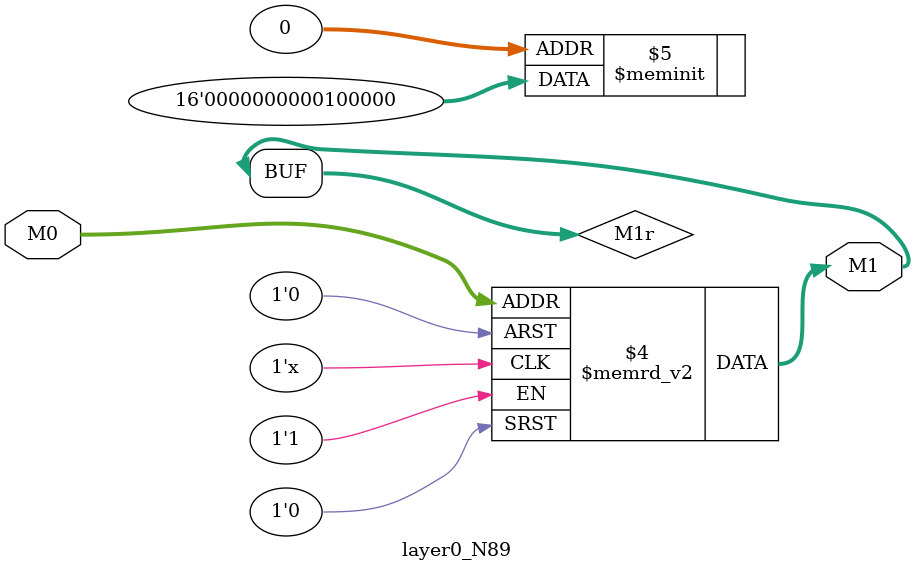
<source format=v>
module layer0_N89 ( input [2:0] M0, output [1:0] M1 );

	(*rom_style = "distributed" *) reg [1:0] M1r;
	assign M1 = M1r;
	always @ (M0) begin
		case (M0)
			3'b000: M1r = 2'b00;
			3'b100: M1r = 2'b00;
			3'b010: M1r = 2'b10;
			3'b110: M1r = 2'b00;
			3'b001: M1r = 2'b00;
			3'b101: M1r = 2'b00;
			3'b011: M1r = 2'b00;
			3'b111: M1r = 2'b00;

		endcase
	end
endmodule

</source>
